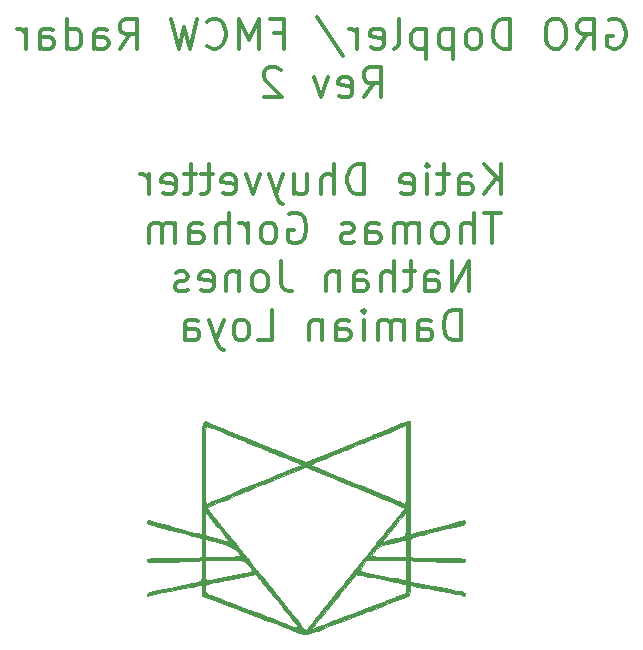
<source format=gbo>
G04 #@! TF.FileFunction,Legend,Bot*
%FSLAX46Y46*%
G04 Gerber Fmt 4.6, Leading zero omitted, Abs format (unit mm)*
G04 Created by KiCad (PCBNEW 4.0.6) date 12/03/17 11:24:10*
%MOMM*%
%LPD*%
G01*
G04 APERTURE LIST*
%ADD10C,0.100000*%
%ADD11C,0.300000*%
%ADD12C,0.010000*%
G04 APERTURE END LIST*
D10*
D11*
X154390875Y-60796600D02*
X154632780Y-60675648D01*
X154995637Y-60675648D01*
X155358494Y-60796600D01*
X155600399Y-61038505D01*
X155721351Y-61280410D01*
X155842303Y-61764219D01*
X155842303Y-62127076D01*
X155721351Y-62610886D01*
X155600399Y-62852790D01*
X155358494Y-63094695D01*
X154995637Y-63215648D01*
X154753732Y-63215648D01*
X154390875Y-63094695D01*
X154269923Y-62973743D01*
X154269923Y-62127076D01*
X154753732Y-62127076D01*
X151729923Y-63215648D02*
X152576589Y-62006124D01*
X153181351Y-63215648D02*
X153181351Y-60675648D01*
X152213732Y-60675648D01*
X151971827Y-60796600D01*
X151850875Y-60917552D01*
X151729923Y-61159457D01*
X151729923Y-61522314D01*
X151850875Y-61764219D01*
X151971827Y-61885171D01*
X152213732Y-62006124D01*
X153181351Y-62006124D01*
X150157542Y-60675648D02*
X149673732Y-60675648D01*
X149431827Y-60796600D01*
X149189923Y-61038505D01*
X149068970Y-61522314D01*
X149068970Y-62368981D01*
X149189923Y-62852790D01*
X149431827Y-63094695D01*
X149673732Y-63215648D01*
X150157542Y-63215648D01*
X150399446Y-63094695D01*
X150641351Y-62852790D01*
X150762303Y-62368981D01*
X150762303Y-61522314D01*
X150641351Y-61038505D01*
X150399446Y-60796600D01*
X150157542Y-60675648D01*
X146045161Y-63215648D02*
X146045161Y-60675648D01*
X145440399Y-60675648D01*
X145077542Y-60796600D01*
X144835637Y-61038505D01*
X144714685Y-61280410D01*
X144593733Y-61764219D01*
X144593733Y-62127076D01*
X144714685Y-62610886D01*
X144835637Y-62852790D01*
X145077542Y-63094695D01*
X145440399Y-63215648D01*
X146045161Y-63215648D01*
X143142304Y-63215648D02*
X143384209Y-63094695D01*
X143505161Y-62973743D01*
X143626113Y-62731838D01*
X143626113Y-62006124D01*
X143505161Y-61764219D01*
X143384209Y-61643267D01*
X143142304Y-61522314D01*
X142779447Y-61522314D01*
X142537542Y-61643267D01*
X142416590Y-61764219D01*
X142295637Y-62006124D01*
X142295637Y-62731838D01*
X142416590Y-62973743D01*
X142537542Y-63094695D01*
X142779447Y-63215648D01*
X143142304Y-63215648D01*
X141207066Y-61522314D02*
X141207066Y-64062314D01*
X141207066Y-61643267D02*
X140965161Y-61522314D01*
X140481352Y-61522314D01*
X140239447Y-61643267D01*
X140118495Y-61764219D01*
X139997542Y-62006124D01*
X139997542Y-62731838D01*
X140118495Y-62973743D01*
X140239447Y-63094695D01*
X140481352Y-63215648D01*
X140965161Y-63215648D01*
X141207066Y-63094695D01*
X138908971Y-61522314D02*
X138908971Y-64062314D01*
X138908971Y-61643267D02*
X138667066Y-61522314D01*
X138183257Y-61522314D01*
X137941352Y-61643267D01*
X137820400Y-61764219D01*
X137699447Y-62006124D01*
X137699447Y-62731838D01*
X137820400Y-62973743D01*
X137941352Y-63094695D01*
X138183257Y-63215648D01*
X138667066Y-63215648D01*
X138908971Y-63094695D01*
X136248019Y-63215648D02*
X136489924Y-63094695D01*
X136610876Y-62852790D01*
X136610876Y-60675648D01*
X134312781Y-63094695D02*
X134554686Y-63215648D01*
X135038495Y-63215648D01*
X135280400Y-63094695D01*
X135401352Y-62852790D01*
X135401352Y-61885171D01*
X135280400Y-61643267D01*
X135038495Y-61522314D01*
X134554686Y-61522314D01*
X134312781Y-61643267D01*
X134191829Y-61885171D01*
X134191829Y-62127076D01*
X135401352Y-62368981D01*
X133103257Y-63215648D02*
X133103257Y-61522314D01*
X133103257Y-62006124D02*
X132982305Y-61764219D01*
X132861352Y-61643267D01*
X132619448Y-61522314D01*
X132377543Y-61522314D01*
X129716590Y-60554695D02*
X131893733Y-63820410D01*
X126088019Y-61885171D02*
X126934686Y-61885171D01*
X126934686Y-63215648D02*
X126934686Y-60675648D01*
X125725162Y-60675648D01*
X124757543Y-63215648D02*
X124757543Y-60675648D01*
X123910876Y-62489933D01*
X123064210Y-60675648D01*
X123064210Y-63215648D01*
X120403258Y-62973743D02*
X120524210Y-63094695D01*
X120887067Y-63215648D01*
X121128972Y-63215648D01*
X121491829Y-63094695D01*
X121733734Y-62852790D01*
X121854686Y-62610886D01*
X121975638Y-62127076D01*
X121975638Y-61764219D01*
X121854686Y-61280410D01*
X121733734Y-61038505D01*
X121491829Y-60796600D01*
X121128972Y-60675648D01*
X120887067Y-60675648D01*
X120524210Y-60796600D01*
X120403258Y-60917552D01*
X119556591Y-60675648D02*
X118951829Y-63215648D01*
X118468019Y-61401362D01*
X117984210Y-63215648D01*
X117379448Y-60675648D01*
X113025163Y-63215648D02*
X113871829Y-62006124D01*
X114476591Y-63215648D02*
X114476591Y-60675648D01*
X113508972Y-60675648D01*
X113267067Y-60796600D01*
X113146115Y-60917552D01*
X113025163Y-61159457D01*
X113025163Y-61522314D01*
X113146115Y-61764219D01*
X113267067Y-61885171D01*
X113508972Y-62006124D01*
X114476591Y-62006124D01*
X110848020Y-63215648D02*
X110848020Y-61885171D01*
X110968972Y-61643267D01*
X111210877Y-61522314D01*
X111694686Y-61522314D01*
X111936591Y-61643267D01*
X110848020Y-63094695D02*
X111089924Y-63215648D01*
X111694686Y-63215648D01*
X111936591Y-63094695D01*
X112057543Y-62852790D01*
X112057543Y-62610886D01*
X111936591Y-62368981D01*
X111694686Y-62248029D01*
X111089924Y-62248029D01*
X110848020Y-62127076D01*
X108549925Y-63215648D02*
X108549925Y-60675648D01*
X108549925Y-63094695D02*
X108791829Y-63215648D01*
X109275639Y-63215648D01*
X109517544Y-63094695D01*
X109638496Y-62973743D01*
X109759448Y-62731838D01*
X109759448Y-62006124D01*
X109638496Y-61764219D01*
X109517544Y-61643267D01*
X109275639Y-61522314D01*
X108791829Y-61522314D01*
X108549925Y-61643267D01*
X106251830Y-63215648D02*
X106251830Y-61885171D01*
X106372782Y-61643267D01*
X106614687Y-61522314D01*
X107098496Y-61522314D01*
X107340401Y-61643267D01*
X106251830Y-63094695D02*
X106493734Y-63215648D01*
X107098496Y-63215648D01*
X107340401Y-63094695D01*
X107461353Y-62852790D01*
X107461353Y-62610886D01*
X107340401Y-62368981D01*
X107098496Y-62248029D01*
X106493734Y-62248029D01*
X106251830Y-62127076D01*
X105042306Y-63215648D02*
X105042306Y-61522314D01*
X105042306Y-62006124D02*
X104921354Y-61764219D01*
X104800401Y-61643267D01*
X104558497Y-61522314D01*
X104316592Y-61522314D01*
X133647543Y-67325648D02*
X134494209Y-66116124D01*
X135098971Y-67325648D02*
X135098971Y-64785648D01*
X134131352Y-64785648D01*
X133889447Y-64906600D01*
X133768495Y-65027552D01*
X133647543Y-65269457D01*
X133647543Y-65632314D01*
X133768495Y-65874219D01*
X133889447Y-65995171D01*
X134131352Y-66116124D01*
X135098971Y-66116124D01*
X131591352Y-67204695D02*
X131833257Y-67325648D01*
X132317066Y-67325648D01*
X132558971Y-67204695D01*
X132679923Y-66962790D01*
X132679923Y-65995171D01*
X132558971Y-65753267D01*
X132317066Y-65632314D01*
X131833257Y-65632314D01*
X131591352Y-65753267D01*
X131470400Y-65995171D01*
X131470400Y-66237076D01*
X132679923Y-66478981D01*
X130623733Y-65632314D02*
X130018971Y-67325648D01*
X129414209Y-65632314D01*
X126632304Y-65027552D02*
X126511352Y-64906600D01*
X126269447Y-64785648D01*
X125664685Y-64785648D01*
X125422781Y-64906600D01*
X125301828Y-65027552D01*
X125180876Y-65269457D01*
X125180876Y-65511362D01*
X125301828Y-65874219D01*
X126753257Y-67325648D01*
X125180876Y-67325648D01*
X145319448Y-75545648D02*
X145319448Y-73005648D01*
X143868020Y-75545648D02*
X144956591Y-74094219D01*
X143868020Y-73005648D02*
X145319448Y-74457076D01*
X141690877Y-75545648D02*
X141690877Y-74215171D01*
X141811829Y-73973267D01*
X142053734Y-73852314D01*
X142537543Y-73852314D01*
X142779448Y-73973267D01*
X141690877Y-75424695D02*
X141932781Y-75545648D01*
X142537543Y-75545648D01*
X142779448Y-75424695D01*
X142900400Y-75182790D01*
X142900400Y-74940886D01*
X142779448Y-74698981D01*
X142537543Y-74578029D01*
X141932781Y-74578029D01*
X141690877Y-74457076D01*
X140844210Y-73852314D02*
X139876591Y-73852314D01*
X140481353Y-73005648D02*
X140481353Y-75182790D01*
X140360401Y-75424695D01*
X140118496Y-75545648D01*
X139876591Y-75545648D01*
X139029924Y-75545648D02*
X139029924Y-73852314D01*
X139029924Y-73005648D02*
X139150876Y-73126600D01*
X139029924Y-73247552D01*
X138908972Y-73126600D01*
X139029924Y-73005648D01*
X139029924Y-73247552D01*
X136852781Y-75424695D02*
X137094686Y-75545648D01*
X137578495Y-75545648D01*
X137820400Y-75424695D01*
X137941352Y-75182790D01*
X137941352Y-74215171D01*
X137820400Y-73973267D01*
X137578495Y-73852314D01*
X137094686Y-73852314D01*
X136852781Y-73973267D01*
X136731829Y-74215171D01*
X136731829Y-74457076D01*
X137941352Y-74698981D01*
X133708019Y-75545648D02*
X133708019Y-73005648D01*
X133103257Y-73005648D01*
X132740400Y-73126600D01*
X132498495Y-73368505D01*
X132377543Y-73610410D01*
X132256591Y-74094219D01*
X132256591Y-74457076D01*
X132377543Y-74940886D01*
X132498495Y-75182790D01*
X132740400Y-75424695D01*
X133103257Y-75545648D01*
X133708019Y-75545648D01*
X131168019Y-75545648D02*
X131168019Y-73005648D01*
X130079448Y-75545648D02*
X130079448Y-74215171D01*
X130200400Y-73973267D01*
X130442305Y-73852314D01*
X130805162Y-73852314D01*
X131047067Y-73973267D01*
X131168019Y-74094219D01*
X127781353Y-73852314D02*
X127781353Y-75545648D01*
X128869924Y-73852314D02*
X128869924Y-75182790D01*
X128748972Y-75424695D01*
X128507067Y-75545648D01*
X128144210Y-75545648D01*
X127902305Y-75424695D01*
X127781353Y-75303743D01*
X126813734Y-73852314D02*
X126208972Y-75545648D01*
X125604210Y-73852314D02*
X126208972Y-75545648D01*
X126450877Y-76150410D01*
X126571829Y-76271362D01*
X126813734Y-76392314D01*
X124878496Y-73852314D02*
X124273734Y-75545648D01*
X123668972Y-73852314D01*
X121733734Y-75424695D02*
X121975639Y-75545648D01*
X122459448Y-75545648D01*
X122701353Y-75424695D01*
X122822305Y-75182790D01*
X122822305Y-74215171D01*
X122701353Y-73973267D01*
X122459448Y-73852314D01*
X121975639Y-73852314D01*
X121733734Y-73973267D01*
X121612782Y-74215171D01*
X121612782Y-74457076D01*
X122822305Y-74698981D01*
X120887067Y-73852314D02*
X119919448Y-73852314D01*
X120524210Y-73005648D02*
X120524210Y-75182790D01*
X120403258Y-75424695D01*
X120161353Y-75545648D01*
X119919448Y-75545648D01*
X119435638Y-73852314D02*
X118468019Y-73852314D01*
X119072781Y-73005648D02*
X119072781Y-75182790D01*
X118951829Y-75424695D01*
X118709924Y-75545648D01*
X118468019Y-75545648D01*
X116653733Y-75424695D02*
X116895638Y-75545648D01*
X117379447Y-75545648D01*
X117621352Y-75424695D01*
X117742304Y-75182790D01*
X117742304Y-74215171D01*
X117621352Y-73973267D01*
X117379447Y-73852314D01*
X116895638Y-73852314D01*
X116653733Y-73973267D01*
X116532781Y-74215171D01*
X116532781Y-74457076D01*
X117742304Y-74698981D01*
X115444209Y-75545648D02*
X115444209Y-73852314D01*
X115444209Y-74336124D02*
X115323257Y-74094219D01*
X115202304Y-73973267D01*
X114960400Y-73852314D01*
X114718495Y-73852314D01*
X145258970Y-77115648D02*
X143807542Y-77115648D01*
X144533256Y-79655648D02*
X144533256Y-77115648D01*
X142960875Y-79655648D02*
X142960875Y-77115648D01*
X141872304Y-79655648D02*
X141872304Y-78325171D01*
X141993256Y-78083267D01*
X142235161Y-77962314D01*
X142598018Y-77962314D01*
X142839923Y-78083267D01*
X142960875Y-78204219D01*
X140299923Y-79655648D02*
X140541828Y-79534695D01*
X140662780Y-79413743D01*
X140783732Y-79171838D01*
X140783732Y-78446124D01*
X140662780Y-78204219D01*
X140541828Y-78083267D01*
X140299923Y-77962314D01*
X139937066Y-77962314D01*
X139695161Y-78083267D01*
X139574209Y-78204219D01*
X139453256Y-78446124D01*
X139453256Y-79171838D01*
X139574209Y-79413743D01*
X139695161Y-79534695D01*
X139937066Y-79655648D01*
X140299923Y-79655648D01*
X138364685Y-79655648D02*
X138364685Y-77962314D01*
X138364685Y-78204219D02*
X138243733Y-78083267D01*
X138001828Y-77962314D01*
X137638971Y-77962314D01*
X137397066Y-78083267D01*
X137276114Y-78325171D01*
X137276114Y-79655648D01*
X137276114Y-78325171D02*
X137155161Y-78083267D01*
X136913257Y-77962314D01*
X136550399Y-77962314D01*
X136308495Y-78083267D01*
X136187542Y-78325171D01*
X136187542Y-79655648D01*
X133889447Y-79655648D02*
X133889447Y-78325171D01*
X134010399Y-78083267D01*
X134252304Y-77962314D01*
X134736113Y-77962314D01*
X134978018Y-78083267D01*
X133889447Y-79534695D02*
X134131351Y-79655648D01*
X134736113Y-79655648D01*
X134978018Y-79534695D01*
X135098970Y-79292790D01*
X135098970Y-79050886D01*
X134978018Y-78808981D01*
X134736113Y-78688029D01*
X134131351Y-78688029D01*
X133889447Y-78567076D01*
X132800875Y-79534695D02*
X132558971Y-79655648D01*
X132075161Y-79655648D01*
X131833256Y-79534695D01*
X131712304Y-79292790D01*
X131712304Y-79171838D01*
X131833256Y-78929933D01*
X132075161Y-78808981D01*
X132438018Y-78808981D01*
X132679923Y-78688029D01*
X132800875Y-78446124D01*
X132800875Y-78325171D01*
X132679923Y-78083267D01*
X132438018Y-77962314D01*
X132075161Y-77962314D01*
X131833256Y-78083267D01*
X127358019Y-77236600D02*
X127599924Y-77115648D01*
X127962781Y-77115648D01*
X128325638Y-77236600D01*
X128567543Y-77478505D01*
X128688495Y-77720410D01*
X128809447Y-78204219D01*
X128809447Y-78567076D01*
X128688495Y-79050886D01*
X128567543Y-79292790D01*
X128325638Y-79534695D01*
X127962781Y-79655648D01*
X127720876Y-79655648D01*
X127358019Y-79534695D01*
X127237067Y-79413743D01*
X127237067Y-78567076D01*
X127720876Y-78567076D01*
X125785638Y-79655648D02*
X126027543Y-79534695D01*
X126148495Y-79413743D01*
X126269447Y-79171838D01*
X126269447Y-78446124D01*
X126148495Y-78204219D01*
X126027543Y-78083267D01*
X125785638Y-77962314D01*
X125422781Y-77962314D01*
X125180876Y-78083267D01*
X125059924Y-78204219D01*
X124938971Y-78446124D01*
X124938971Y-79171838D01*
X125059924Y-79413743D01*
X125180876Y-79534695D01*
X125422781Y-79655648D01*
X125785638Y-79655648D01*
X123850400Y-79655648D02*
X123850400Y-77962314D01*
X123850400Y-78446124D02*
X123729448Y-78204219D01*
X123608495Y-78083267D01*
X123366591Y-77962314D01*
X123124686Y-77962314D01*
X122278019Y-79655648D02*
X122278019Y-77115648D01*
X121189448Y-79655648D02*
X121189448Y-78325171D01*
X121310400Y-78083267D01*
X121552305Y-77962314D01*
X121915162Y-77962314D01*
X122157067Y-78083267D01*
X122278019Y-78204219D01*
X118891353Y-79655648D02*
X118891353Y-78325171D01*
X119012305Y-78083267D01*
X119254210Y-77962314D01*
X119738019Y-77962314D01*
X119979924Y-78083267D01*
X118891353Y-79534695D02*
X119133257Y-79655648D01*
X119738019Y-79655648D01*
X119979924Y-79534695D01*
X120100876Y-79292790D01*
X120100876Y-79050886D01*
X119979924Y-78808981D01*
X119738019Y-78688029D01*
X119133257Y-78688029D01*
X118891353Y-78567076D01*
X117681829Y-79655648D02*
X117681829Y-77962314D01*
X117681829Y-78204219D02*
X117560877Y-78083267D01*
X117318972Y-77962314D01*
X116956115Y-77962314D01*
X116714210Y-78083267D01*
X116593258Y-78325171D01*
X116593258Y-79655648D01*
X116593258Y-78325171D02*
X116472305Y-78083267D01*
X116230401Y-77962314D01*
X115867543Y-77962314D01*
X115625639Y-78083267D01*
X115504686Y-78325171D01*
X115504686Y-79655648D01*
X142598018Y-83765648D02*
X142598018Y-81225648D01*
X141146590Y-83765648D01*
X141146590Y-81225648D01*
X138848495Y-83765648D02*
X138848495Y-82435171D01*
X138969447Y-82193267D01*
X139211352Y-82072314D01*
X139695161Y-82072314D01*
X139937066Y-82193267D01*
X138848495Y-83644695D02*
X139090399Y-83765648D01*
X139695161Y-83765648D01*
X139937066Y-83644695D01*
X140058018Y-83402790D01*
X140058018Y-83160886D01*
X139937066Y-82918981D01*
X139695161Y-82798029D01*
X139090399Y-82798029D01*
X138848495Y-82677076D01*
X138001828Y-82072314D02*
X137034209Y-82072314D01*
X137638971Y-81225648D02*
X137638971Y-83402790D01*
X137518019Y-83644695D01*
X137276114Y-83765648D01*
X137034209Y-83765648D01*
X136187542Y-83765648D02*
X136187542Y-81225648D01*
X135098971Y-83765648D02*
X135098971Y-82435171D01*
X135219923Y-82193267D01*
X135461828Y-82072314D01*
X135824685Y-82072314D01*
X136066590Y-82193267D01*
X136187542Y-82314219D01*
X132800876Y-83765648D02*
X132800876Y-82435171D01*
X132921828Y-82193267D01*
X133163733Y-82072314D01*
X133647542Y-82072314D01*
X133889447Y-82193267D01*
X132800876Y-83644695D02*
X133042780Y-83765648D01*
X133647542Y-83765648D01*
X133889447Y-83644695D01*
X134010399Y-83402790D01*
X134010399Y-83160886D01*
X133889447Y-82918981D01*
X133647542Y-82798029D01*
X133042780Y-82798029D01*
X132800876Y-82677076D01*
X131591352Y-82072314D02*
X131591352Y-83765648D01*
X131591352Y-82314219D02*
X131470400Y-82193267D01*
X131228495Y-82072314D01*
X130865638Y-82072314D01*
X130623733Y-82193267D01*
X130502781Y-82435171D01*
X130502781Y-83765648D01*
X126632305Y-81225648D02*
X126632305Y-83039933D01*
X126753257Y-83402790D01*
X126995162Y-83644695D01*
X127358019Y-83765648D01*
X127599924Y-83765648D01*
X125059924Y-83765648D02*
X125301829Y-83644695D01*
X125422781Y-83523743D01*
X125543733Y-83281838D01*
X125543733Y-82556124D01*
X125422781Y-82314219D01*
X125301829Y-82193267D01*
X125059924Y-82072314D01*
X124697067Y-82072314D01*
X124455162Y-82193267D01*
X124334210Y-82314219D01*
X124213257Y-82556124D01*
X124213257Y-83281838D01*
X124334210Y-83523743D01*
X124455162Y-83644695D01*
X124697067Y-83765648D01*
X125059924Y-83765648D01*
X123124686Y-82072314D02*
X123124686Y-83765648D01*
X123124686Y-82314219D02*
X123003734Y-82193267D01*
X122761829Y-82072314D01*
X122398972Y-82072314D01*
X122157067Y-82193267D01*
X122036115Y-82435171D01*
X122036115Y-83765648D01*
X119858972Y-83644695D02*
X120100877Y-83765648D01*
X120584686Y-83765648D01*
X120826591Y-83644695D01*
X120947543Y-83402790D01*
X120947543Y-82435171D01*
X120826591Y-82193267D01*
X120584686Y-82072314D01*
X120100877Y-82072314D01*
X119858972Y-82193267D01*
X119738020Y-82435171D01*
X119738020Y-82677076D01*
X120947543Y-82918981D01*
X118770400Y-83644695D02*
X118528496Y-83765648D01*
X118044686Y-83765648D01*
X117802781Y-83644695D01*
X117681829Y-83402790D01*
X117681829Y-83281838D01*
X117802781Y-83039933D01*
X118044686Y-82918981D01*
X118407543Y-82918981D01*
X118649448Y-82798029D01*
X118770400Y-82556124D01*
X118770400Y-82435171D01*
X118649448Y-82193267D01*
X118407543Y-82072314D01*
X118044686Y-82072314D01*
X117802781Y-82193267D01*
X141872304Y-87875648D02*
X141872304Y-85335648D01*
X141267542Y-85335648D01*
X140904685Y-85456600D01*
X140662780Y-85698505D01*
X140541828Y-85940410D01*
X140420876Y-86424219D01*
X140420876Y-86787076D01*
X140541828Y-87270886D01*
X140662780Y-87512790D01*
X140904685Y-87754695D01*
X141267542Y-87875648D01*
X141872304Y-87875648D01*
X138243733Y-87875648D02*
X138243733Y-86545171D01*
X138364685Y-86303267D01*
X138606590Y-86182314D01*
X139090399Y-86182314D01*
X139332304Y-86303267D01*
X138243733Y-87754695D02*
X138485637Y-87875648D01*
X139090399Y-87875648D01*
X139332304Y-87754695D01*
X139453256Y-87512790D01*
X139453256Y-87270886D01*
X139332304Y-87028981D01*
X139090399Y-86908029D01*
X138485637Y-86908029D01*
X138243733Y-86787076D01*
X137034209Y-87875648D02*
X137034209Y-86182314D01*
X137034209Y-86424219D02*
X136913257Y-86303267D01*
X136671352Y-86182314D01*
X136308495Y-86182314D01*
X136066590Y-86303267D01*
X135945638Y-86545171D01*
X135945638Y-87875648D01*
X135945638Y-86545171D02*
X135824685Y-86303267D01*
X135582781Y-86182314D01*
X135219923Y-86182314D01*
X134978019Y-86303267D01*
X134857066Y-86545171D01*
X134857066Y-87875648D01*
X133647542Y-87875648D02*
X133647542Y-86182314D01*
X133647542Y-85335648D02*
X133768494Y-85456600D01*
X133647542Y-85577552D01*
X133526590Y-85456600D01*
X133647542Y-85335648D01*
X133647542Y-85577552D01*
X131349447Y-87875648D02*
X131349447Y-86545171D01*
X131470399Y-86303267D01*
X131712304Y-86182314D01*
X132196113Y-86182314D01*
X132438018Y-86303267D01*
X131349447Y-87754695D02*
X131591351Y-87875648D01*
X132196113Y-87875648D01*
X132438018Y-87754695D01*
X132558970Y-87512790D01*
X132558970Y-87270886D01*
X132438018Y-87028981D01*
X132196113Y-86908029D01*
X131591351Y-86908029D01*
X131349447Y-86787076D01*
X130139923Y-86182314D02*
X130139923Y-87875648D01*
X130139923Y-86424219D02*
X130018971Y-86303267D01*
X129777066Y-86182314D01*
X129414209Y-86182314D01*
X129172304Y-86303267D01*
X129051352Y-86545171D01*
X129051352Y-87875648D01*
X124697066Y-87875648D02*
X125906590Y-87875648D01*
X125906590Y-85335648D01*
X123487543Y-87875648D02*
X123729448Y-87754695D01*
X123850400Y-87633743D01*
X123971352Y-87391838D01*
X123971352Y-86666124D01*
X123850400Y-86424219D01*
X123729448Y-86303267D01*
X123487543Y-86182314D01*
X123124686Y-86182314D01*
X122882781Y-86303267D01*
X122761829Y-86424219D01*
X122640876Y-86666124D01*
X122640876Y-87391838D01*
X122761829Y-87633743D01*
X122882781Y-87754695D01*
X123124686Y-87875648D01*
X123487543Y-87875648D01*
X121794210Y-86182314D02*
X121189448Y-87875648D01*
X120584686Y-86182314D02*
X121189448Y-87875648D01*
X121431353Y-88480410D01*
X121552305Y-88601362D01*
X121794210Y-88722314D01*
X118528496Y-87875648D02*
X118528496Y-86545171D01*
X118649448Y-86303267D01*
X118891353Y-86182314D01*
X119375162Y-86182314D01*
X119617067Y-86303267D01*
X118528496Y-87754695D02*
X118770400Y-87875648D01*
X119375162Y-87875648D01*
X119617067Y-87754695D01*
X119738019Y-87512790D01*
X119738019Y-87270886D01*
X119617067Y-87028981D01*
X119375162Y-86908029D01*
X118770400Y-86908029D01*
X118528496Y-86787076D01*
D12*
G36*
X120122347Y-94785894D02*
X120072916Y-94882922D01*
X120035521Y-95049182D01*
X120008519Y-95296659D01*
X119990263Y-95637338D01*
X119979107Y-96083202D01*
X119973406Y-96646237D01*
X119971513Y-97338426D01*
X119971784Y-98171754D01*
X119972573Y-99158205D01*
X119972667Y-99544003D01*
X119972667Y-104337540D01*
X119782167Y-104291526D01*
X119605120Y-104249425D01*
X119323965Y-104183254D01*
X118999517Y-104107325D01*
X118999000Y-104107205D01*
X118678308Y-104027751D01*
X118405071Y-103951880D01*
X118237955Y-103895892D01*
X118237000Y-103895480D01*
X118091501Y-103846878D01*
X117820212Y-103768691D01*
X117461798Y-103671677D01*
X117054928Y-103566591D01*
X117051667Y-103565768D01*
X116628816Y-103457978D01*
X116238508Y-103356468D01*
X115925388Y-103272973D01*
X115739892Y-103220970D01*
X115493143Y-103153037D01*
X115366970Y-103145143D01*
X115321381Y-103203553D01*
X115316000Y-103287390D01*
X115352723Y-103381510D01*
X115483334Y-103460342D01*
X115738501Y-103539356D01*
X115887500Y-103575690D01*
X116271143Y-103668633D01*
X116671360Y-103770853D01*
X116924667Y-103839051D01*
X117251345Y-103928886D01*
X117652701Y-104037378D01*
X118025333Y-104136662D01*
X118454820Y-104250117D01*
X118759714Y-104331100D01*
X118979155Y-104390332D01*
X119152282Y-104438533D01*
X119318236Y-104486421D01*
X119516157Y-104544718D01*
X119528167Y-104548268D01*
X119972667Y-104679647D01*
X119972667Y-106242977D01*
X119655167Y-106295457D01*
X119481052Y-106310448D01*
X119166020Y-106323850D01*
X118738485Y-106335013D01*
X118226860Y-106343284D01*
X117659558Y-106348011D01*
X117326833Y-106348868D01*
X116693377Y-106349585D01*
X116209203Y-106352245D01*
X115854260Y-106358600D01*
X115608496Y-106370406D01*
X115451861Y-106389417D01*
X115364303Y-106417387D01*
X115325771Y-106456071D01*
X115316215Y-106507223D01*
X115316000Y-106524804D01*
X115320445Y-106581958D01*
X115347745Y-106624390D01*
X115418845Y-106653520D01*
X115554692Y-106670763D01*
X115776232Y-106677539D01*
X116104412Y-106675264D01*
X116560177Y-106665356D01*
X117157500Y-106649423D01*
X117733576Y-106632229D01*
X118283593Y-106613182D01*
X118773913Y-106593648D01*
X119170897Y-106574992D01*
X119440907Y-106558582D01*
X119485833Y-106554881D01*
X119972667Y-106510725D01*
X119972667Y-107402316D01*
X119975486Y-107800197D01*
X119966043Y-108063092D01*
X119917484Y-108224719D01*
X119802958Y-108318796D01*
X119595613Y-108379040D01*
X119268597Y-108439171D01*
X119126000Y-108465462D01*
X118787788Y-108531703D01*
X118382662Y-108614131D01*
X118067667Y-108680200D01*
X117682684Y-108758953D01*
X117224733Y-108847631D01*
X116787833Y-108928064D01*
X116755333Y-108933823D01*
X116218532Y-109032869D01*
X115828606Y-109116737D01*
X115564554Y-109192432D01*
X115405377Y-109266955D01*
X115330075Y-109347310D01*
X115316000Y-109413800D01*
X115347244Y-109526090D01*
X115392296Y-109529973D01*
X115466193Y-109501378D01*
X115621267Y-109460053D01*
X115869406Y-109403579D01*
X116222503Y-109329540D01*
X116692447Y-109235517D01*
X117291128Y-109119093D01*
X118030437Y-108977849D01*
X118922265Y-108809369D01*
X119107186Y-108774596D01*
X119438613Y-108708324D01*
X119707334Y-108647210D01*
X119868583Y-108601691D01*
X119890352Y-108592013D01*
X119937856Y-108638110D01*
X119966959Y-108827522D01*
X119973806Y-109032970D01*
X119974945Y-109524800D01*
X120995273Y-109905800D01*
X121435760Y-110070084D01*
X121869026Y-110231333D01*
X122243637Y-110370424D01*
X122496968Y-110464113D01*
X122993701Y-110649546D01*
X123357959Y-110791537D01*
X123617634Y-110901016D01*
X123655667Y-110918226D01*
X123876034Y-111003186D01*
X124036667Y-111052896D01*
X124271360Y-111131110D01*
X124502333Y-111225589D01*
X124685556Y-111302818D01*
X124982467Y-111421279D01*
X125348029Y-111563211D01*
X125645333Y-111676329D01*
X126372278Y-111950552D01*
X126956460Y-112171405D01*
X127413683Y-112344936D01*
X127759750Y-112477194D01*
X128010466Y-112574228D01*
X128181632Y-112642087D01*
X128289054Y-112686819D01*
X128312333Y-112697141D01*
X128619894Y-112804625D01*
X128880280Y-112802585D01*
X129159000Y-112699117D01*
X129392065Y-112598137D01*
X129572545Y-112539243D01*
X129611871Y-112533339D01*
X129763214Y-112497679D01*
X129976349Y-112414925D01*
X129992871Y-112407396D01*
X130190932Y-112322601D01*
X130513131Y-112191975D01*
X130924957Y-112028884D01*
X131391896Y-111846693D01*
X131879438Y-111658766D01*
X132353070Y-111478469D01*
X132778281Y-111319166D01*
X133120559Y-111194223D01*
X133180667Y-111172898D01*
X133469603Y-111065260D01*
X133696459Y-110969970D01*
X133811433Y-110908100D01*
X133965588Y-110841318D01*
X134010305Y-110837133D01*
X134164779Y-110803414D01*
X134379500Y-110721512D01*
X134395538Y-110714218D01*
X134619515Y-110619020D01*
X135001763Y-110466835D01*
X135541243Y-110258064D01*
X136236913Y-109993111D01*
X137033000Y-109692936D01*
X137541000Y-109502097D01*
X137566591Y-109068949D01*
X137576651Y-108927663D01*
X137244667Y-108927663D01*
X137244667Y-109300967D01*
X136757833Y-109476861D01*
X136471273Y-109585357D01*
X136233778Y-109683997D01*
X136123982Y-109736944D01*
X135956071Y-109808000D01*
X135882778Y-109821133D01*
X135745431Y-109852558D01*
X135538899Y-109928938D01*
X135521796Y-109936235D01*
X135118795Y-110107222D01*
X134769865Y-110246944D01*
X134389523Y-110389000D01*
X134154333Y-110473737D01*
X133821965Y-110595734D01*
X133518396Y-110712535D01*
X133308902Y-110799020D01*
X133307667Y-110799573D01*
X133060655Y-110903577D01*
X132711954Y-111041900D01*
X132308678Y-111196796D01*
X131897938Y-111350516D01*
X131526848Y-111485312D01*
X131242521Y-111583437D01*
X131148667Y-111612894D01*
X130929276Y-111690852D01*
X130782097Y-111767703D01*
X130771900Y-111776335D01*
X130617319Y-111849149D01*
X130576755Y-111853133D01*
X130433275Y-111885169D01*
X130206998Y-111965824D01*
X130106855Y-112007486D01*
X129750766Y-112161069D01*
X129519953Y-112256465D01*
X129384980Y-112304326D01*
X129316416Y-112315304D01*
X129288452Y-112303674D01*
X129304612Y-112231557D01*
X129331267Y-112208363D01*
X129427172Y-112109534D01*
X129577810Y-111924649D01*
X129664037Y-111810800D01*
X129829033Y-111595164D01*
X129964154Y-111432007D01*
X130006553Y-111387467D01*
X130063802Y-111328633D01*
X130155327Y-111222176D01*
X130297479Y-111047973D01*
X130506610Y-110785899D01*
X130799071Y-110415832D01*
X130894519Y-110294692D01*
X131027899Y-110130344D01*
X131210923Y-109910518D01*
X131279737Y-109829026D01*
X131455028Y-109616495D01*
X131689407Y-109324568D01*
X131938873Y-109008186D01*
X131998109Y-108932133D01*
X132238989Y-108629144D01*
X132471708Y-108348527D01*
X132655107Y-108139595D01*
X132692539Y-108100120D01*
X132842453Y-107926463D01*
X132922523Y-107793962D01*
X132926667Y-107773357D01*
X132949121Y-107733291D01*
X133032409Y-107719693D01*
X133200416Y-107735276D01*
X133477031Y-107782756D01*
X133886141Y-107864844D01*
X134069667Y-107903226D01*
X134413324Y-107973032D01*
X134855025Y-108059204D01*
X135326093Y-108148465D01*
X135593667Y-108197872D01*
X135981483Y-108270265D01*
X136314804Y-108335526D01*
X136553893Y-108385688D01*
X136652000Y-108410048D01*
X136829080Y-108459780D01*
X137011833Y-108503341D01*
X137157533Y-108552892D01*
X137225289Y-108651690D01*
X137244174Y-108852719D01*
X137244667Y-108927663D01*
X137576651Y-108927663D01*
X137583984Y-108824686D01*
X137600808Y-108668391D01*
X137608925Y-108637493D01*
X137715291Y-108655071D01*
X137951511Y-108697381D01*
X138281061Y-108757662D01*
X138667415Y-108829152D01*
X139074049Y-108905090D01*
X139464438Y-108978715D01*
X139802058Y-109043266D01*
X139827000Y-109048088D01*
X140291255Y-109137508D01*
X140792420Y-109233343D01*
X141244069Y-109319087D01*
X141374519Y-109343671D01*
X141705946Y-109409943D01*
X141974667Y-109471056D01*
X142135916Y-109516575D01*
X142157686Y-109526254D01*
X142223743Y-109500454D01*
X142240000Y-109412671D01*
X142230551Y-109332879D01*
X142185850Y-109269426D01*
X142081365Y-109213823D01*
X141892565Y-109157580D01*
X141594919Y-109092207D01*
X141163895Y-109009214D01*
X140970000Y-108973138D01*
X140505115Y-108885784D01*
X140011437Y-108791079D01*
X139568411Y-108704330D01*
X139403667Y-108671345D01*
X138988011Y-108588904D01*
X138547798Y-108504189D01*
X138177913Y-108435457D01*
X138176000Y-108435112D01*
X137625667Y-108335926D01*
X137622611Y-108220140D01*
X137244667Y-108220140D01*
X136969500Y-108171943D01*
X136716484Y-108125813D01*
X136400053Y-108065816D01*
X136271000Y-108040741D01*
X135974330Y-107982329D01*
X135590745Y-107906477D01*
X135199397Y-107828841D01*
X135170333Y-107823063D01*
X134749235Y-107740354D01*
X134298705Y-107653444D01*
X133919760Y-107581799D01*
X133627834Y-107523328D01*
X133408741Y-107471594D01*
X133308941Y-107437592D01*
X133308412Y-107437101D01*
X133334153Y-107354747D01*
X133438874Y-107177284D01*
X133585318Y-106963739D01*
X133900333Y-106528486D01*
X135572500Y-106523809D01*
X137244667Y-106519133D01*
X137244667Y-108220140D01*
X137622611Y-108220140D01*
X137601602Y-107424229D01*
X137577538Y-106512532D01*
X137982602Y-106555358D01*
X138185607Y-106570062D01*
X138527012Y-106587241D01*
X138975925Y-106605670D01*
X139501452Y-106624123D01*
X140072703Y-106641375D01*
X140313833Y-106647839D01*
X140932000Y-106663370D01*
X141401375Y-106673025D01*
X141742441Y-106675483D01*
X141975678Y-106669423D01*
X142121567Y-106653525D01*
X142200589Y-106626468D01*
X142233226Y-106586932D01*
X142239958Y-106533596D01*
X142240000Y-106523646D01*
X142234935Y-106468876D01*
X142206372Y-106427001D01*
X142134264Y-106396279D01*
X141998563Y-106374968D01*
X141779219Y-106361324D01*
X141456184Y-106353605D01*
X141009409Y-106350069D01*
X140418846Y-106348973D01*
X140229167Y-106348868D01*
X139643042Y-106346419D01*
X139096619Y-106340060D01*
X138618312Y-106330443D01*
X138236535Y-106318220D01*
X137979701Y-106304042D01*
X137900833Y-106295457D01*
X137583333Y-106242977D01*
X137583333Y-105493258D01*
X137244667Y-105493258D01*
X137244667Y-106265133D01*
X136538007Y-106265133D01*
X136099993Y-106258247D01*
X135593076Y-106240060D01*
X135117023Y-106214280D01*
X135054974Y-106210025D01*
X134278600Y-106154916D01*
X134421873Y-105936254D01*
X134694898Y-105583348D01*
X134976545Y-105363954D01*
X135255000Y-105257372D01*
X135627934Y-105162388D01*
X136033525Y-105056974D01*
X136427031Y-104952993D01*
X136763712Y-104862308D01*
X136998823Y-104796782D01*
X137054167Y-104780348D01*
X137143854Y-104759143D01*
X137199770Y-104783049D01*
X137229891Y-104881915D01*
X137242194Y-105085590D01*
X137244654Y-105423924D01*
X137244667Y-105493258D01*
X137583333Y-105493258D01*
X137583333Y-105459994D01*
X137586476Y-105072275D01*
X137614909Y-104816694D01*
X137697145Y-104656082D01*
X137861694Y-104553274D01*
X138137065Y-104471103D01*
X138387667Y-104411465D01*
X138595516Y-104359985D01*
X138924859Y-104275465D01*
X139333661Y-104168807D01*
X139779885Y-104050919D01*
X139869333Y-104027109D01*
X140351925Y-103900235D01*
X140838539Y-103775318D01*
X141274781Y-103666141D01*
X141606256Y-103586488D01*
X141626167Y-103581908D01*
X141951496Y-103499352D01*
X142140868Y-103426285D01*
X142225804Y-103347214D01*
X142240000Y-103280182D01*
X142214443Y-103174286D01*
X142106411Y-103151411D01*
X141964833Y-103173366D01*
X141697265Y-103237688D01*
X141478000Y-103305725D01*
X141285178Y-103366695D01*
X140995107Y-103447332D01*
X140716000Y-103518831D01*
X140346407Y-103610989D01*
X139968080Y-103707546D01*
X139742333Y-103766590D01*
X139385055Y-103861042D01*
X138988565Y-103964861D01*
X138586815Y-104069285D01*
X138213757Y-104165552D01*
X137903344Y-104244900D01*
X137689528Y-104298567D01*
X137606442Y-104317800D01*
X137602179Y-104235647D01*
X137598171Y-103999240D01*
X137594490Y-103623661D01*
X137593027Y-103400702D01*
X137244667Y-103400702D01*
X137243061Y-103843359D01*
X137224019Y-104148449D01*
X137166199Y-104347693D01*
X137048263Y-104472813D01*
X136848870Y-104555530D01*
X136546681Y-104627565D01*
X136398000Y-104659262D01*
X136060311Y-104739459D01*
X135728305Y-104830699D01*
X135593667Y-104872964D01*
X135350236Y-104953888D01*
X135239282Y-104979876D01*
X135232237Y-104948327D01*
X135300535Y-104856640D01*
X135308133Y-104846967D01*
X135419184Y-104710376D01*
X135467149Y-104656467D01*
X135538507Y-104568648D01*
X135672429Y-104392263D01*
X135759006Y-104275467D01*
X135914678Y-104070623D01*
X136032189Y-103928261D01*
X136066025Y-103894467D01*
X136139390Y-103814070D01*
X136292554Y-103629678D01*
X136501266Y-103370888D01*
X136684334Y-103139842D01*
X137244667Y-102427551D01*
X137244667Y-103400702D01*
X137593027Y-103400702D01*
X137591210Y-103123989D01*
X137588403Y-102515305D01*
X137586984Y-102074133D01*
X137162858Y-102074133D01*
X136819923Y-102497467D01*
X136590601Y-102780024D01*
X136361946Y-103060929D01*
X136234371Y-103217133D01*
X136056651Y-103435675D01*
X135823588Y-103724204D01*
X135585523Y-104020398D01*
X135584666Y-104021467D01*
X135384242Y-104269187D01*
X135224333Y-104462422D01*
X135134583Y-104565449D01*
X135128000Y-104571800D01*
X135055010Y-104654472D01*
X134907209Y-104834484D01*
X134714108Y-105075792D01*
X134677464Y-105122133D01*
X134461448Y-105394530D01*
X134268483Y-105635622D01*
X134137696Y-105796542D01*
X134130753Y-105804894D01*
X133989036Y-105979231D01*
X133804211Y-106211949D01*
X133731000Y-106305394D01*
X133517774Y-106574203D01*
X133275342Y-106873397D01*
X133180667Y-106988326D01*
X132950959Y-107267660D01*
X132715457Y-107557714D01*
X132630333Y-107663782D01*
X132461549Y-107872864D01*
X132328010Y-108034106D01*
X132291667Y-108076090D01*
X132193560Y-108196949D01*
X132040761Y-108396837D01*
X131957476Y-108508800D01*
X131802852Y-108713404D01*
X131688101Y-108855755D01*
X131656056Y-108889800D01*
X131586272Y-108968659D01*
X131433039Y-109153562D01*
X131218146Y-109417891D01*
X130963382Y-109735028D01*
X130931914Y-109774432D01*
X130659908Y-110113366D01*
X130411480Y-110419515D01*
X130213512Y-110659971D01*
X130092889Y-110801824D01*
X130090333Y-110804670D01*
X129968592Y-110950063D01*
X129775123Y-111192507D01*
X129540118Y-111493825D01*
X129370667Y-111714614D01*
X129141845Y-112009671D01*
X128950044Y-112247378D01*
X128818368Y-112399695D01*
X128772059Y-112441209D01*
X128695831Y-112383539D01*
X128648240Y-112331536D01*
X128208319Y-112331536D01*
X128197445Y-112361133D01*
X128074627Y-112299609D01*
X128062359Y-112282980D01*
X127952329Y-112211129D01*
X127755542Y-112148048D01*
X127755326Y-112148001D01*
X127481715Y-112064212D01*
X127269464Y-111972675D01*
X127057365Y-111885779D01*
X126899164Y-111853655D01*
X126750258Y-111815242D01*
X126710845Y-111780081D01*
X126608436Y-111715572D01*
X126400654Y-111635742D01*
X126280333Y-111599133D01*
X126042879Y-111520794D01*
X125882297Y-111445798D01*
X125849822Y-111418186D01*
X125735180Y-111352370D01*
X125674299Y-111345133D01*
X125510581Y-111311321D01*
X125290994Y-111229305D01*
X125277129Y-111223039D01*
X125097368Y-111147616D01*
X124798414Y-111029492D01*
X124420102Y-110884139D01*
X124002267Y-110727028D01*
X123952000Y-110708356D01*
X123532148Y-110551020D01*
X123147091Y-110403835D01*
X122836658Y-110282217D01*
X122640674Y-110201581D01*
X122626871Y-110195451D01*
X122419219Y-110113313D01*
X122273115Y-110075426D01*
X122265889Y-110075133D01*
X122116839Y-110037198D01*
X122024685Y-109994568D01*
X121759661Y-109867717D01*
X121408352Y-109723209D01*
X121046691Y-109591952D01*
X120988667Y-109572865D01*
X120632260Y-109451572D01*
X120408381Y-109349554D01*
X120286510Y-109240383D01*
X120236123Y-109097633D01*
X120226667Y-108913078D01*
X120238708Y-108682696D01*
X120295360Y-108567197D01*
X120427415Y-108512695D01*
X120459500Y-108505636D01*
X120699457Y-108453451D01*
X120986462Y-108388549D01*
X121031000Y-108378247D01*
X121276120Y-108324833D01*
X121621935Y-108253845D01*
X122002670Y-108178720D01*
X122089333Y-108162064D01*
X122519391Y-108079326D01*
X122978398Y-107990138D01*
X123372852Y-107912678D01*
X123401667Y-107906967D01*
X123740311Y-107839832D01*
X124047749Y-107778965D01*
X124248333Y-107739339D01*
X124419731Y-107726959D01*
X124557451Y-107791584D01*
X124717943Y-107963467D01*
X124756333Y-108011590D01*
X124935774Y-108233440D01*
X125091638Y-108416479D01*
X125137333Y-108466472D01*
X125263592Y-108612681D01*
X125436392Y-108829495D01*
X125516904Y-108934926D01*
X125821096Y-109331300D01*
X126049657Y-109609846D01*
X126113964Y-109682415D01*
X126202716Y-109788045D01*
X126368265Y-109991630D01*
X126582373Y-110258302D01*
X126706285Y-110413800D01*
X126931151Y-110693265D01*
X127119685Y-110921182D01*
X127245205Y-111065613D01*
X127277920Y-111098045D01*
X127367851Y-111194465D01*
X127503850Y-111369136D01*
X127532266Y-111408218D01*
X127701724Y-111634675D01*
X127912376Y-111904014D01*
X128001948Y-112015140D01*
X128143083Y-112205872D01*
X128208319Y-112331536D01*
X128648240Y-112331536D01*
X128557097Y-112231944D01*
X128475726Y-112132629D01*
X128190441Y-111774070D01*
X127891908Y-111401561D01*
X127607741Y-111049299D01*
X127365552Y-110751479D01*
X127192956Y-110542297D01*
X127159988Y-110503243D01*
X126992913Y-110298191D01*
X126801125Y-110050759D01*
X126759456Y-109995243D01*
X126613641Y-109802866D01*
X126511160Y-109673993D01*
X126491318Y-109651800D01*
X126419530Y-109569338D01*
X126272295Y-109392479D01*
X126080630Y-109158505D01*
X126068667Y-109143800D01*
X125875358Y-108907633D01*
X125724660Y-108726394D01*
X125647590Y-108637365D01*
X125646016Y-108635800D01*
X125573851Y-108548059D01*
X125439128Y-108371825D01*
X125351963Y-108254800D01*
X125186967Y-108039164D01*
X125051846Y-107876007D01*
X125009447Y-107831467D01*
X124910690Y-107723129D01*
X124746896Y-107526598D01*
X124682102Y-107445592D01*
X124275727Y-107445592D01*
X124273809Y-107450481D01*
X124184897Y-107465861D01*
X123970849Y-107506753D01*
X123672544Y-107565304D01*
X123571000Y-107585484D01*
X123135324Y-107672244D01*
X122656663Y-107767459D01*
X122258667Y-107846540D01*
X121846678Y-107928506D01*
X121405574Y-108016532D01*
X121073333Y-108083044D01*
X120693127Y-108160539D01*
X120447335Y-108193143D01*
X120306875Y-108156218D01*
X120242664Y-108025129D01*
X120225620Y-107775238D01*
X120226660Y-107381908D01*
X120226667Y-107365800D01*
X120226667Y-106519133D01*
X121877667Y-106519133D01*
X122453461Y-106520552D01*
X122883866Y-106526145D01*
X123192814Y-106537923D01*
X123404235Y-106557891D01*
X123542060Y-106588059D01*
X123630220Y-106630434D01*
X123676833Y-106670093D01*
X123800311Y-106808734D01*
X123954307Y-106997917D01*
X124106454Y-107195329D01*
X124224383Y-107358658D01*
X124275727Y-107445592D01*
X124682102Y-107445592D01*
X124584416Y-107323467D01*
X124391949Y-107082309D01*
X124228739Y-106884498D01*
X124144248Y-106788252D01*
X124052358Y-106663916D01*
X124036667Y-106616621D01*
X123984729Y-106521768D01*
X123855071Y-106357846D01*
X123803833Y-106299810D01*
X123635466Y-106106815D01*
X123190000Y-106106815D01*
X123122842Y-106147404D01*
X122916602Y-106181120D01*
X122564130Y-106208480D01*
X122058276Y-106230000D01*
X121391890Y-106246199D01*
X121221500Y-106249124D01*
X120226667Y-106265133D01*
X120226667Y-105503133D01*
X120230923Y-105167553D01*
X120242324Y-104907379D01*
X120258818Y-104760392D01*
X120268055Y-104741133D01*
X120363735Y-104761292D01*
X120581047Y-104814825D01*
X120878052Y-104891318D01*
X120966555Y-104914581D01*
X121524209Y-105062965D01*
X121943416Y-105179656D01*
X122249731Y-105275103D01*
X122468713Y-105359760D01*
X122625918Y-105444077D01*
X122746903Y-105538506D01*
X122857226Y-105653500D01*
X122903239Y-105706597D01*
X123065789Y-105908065D01*
X123169714Y-106059090D01*
X123190000Y-106106815D01*
X123635466Y-106106815D01*
X123483969Y-105933158D01*
X123112562Y-105486091D01*
X122736697Y-105015842D01*
X122615252Y-104858972D01*
X122174000Y-104858972D01*
X122171982Y-104889445D01*
X122145267Y-104902412D01*
X122062868Y-104893013D01*
X121893797Y-104856387D01*
X121607065Y-104787674D01*
X121402465Y-104737962D01*
X121045433Y-104647170D01*
X120725590Y-104558679D01*
X120498929Y-104488181D01*
X120459500Y-104473691D01*
X120226667Y-104381923D01*
X120226667Y-103418528D01*
X120229116Y-103037369D01*
X120235770Y-102727440D01*
X120245587Y-102522345D01*
X120256510Y-102455133D01*
X120318302Y-102517262D01*
X120455630Y-102682126D01*
X120641833Y-102917444D01*
X120693514Y-102984300D01*
X120898799Y-103246649D01*
X121072605Y-103460759D01*
X121182702Y-103587100D01*
X121193993Y-103598133D01*
X121299046Y-103712004D01*
X121463505Y-103909630D01*
X121658661Y-104154075D01*
X121855803Y-104408402D01*
X122026222Y-104635674D01*
X122141209Y-104798955D01*
X122174000Y-104858972D01*
X122615252Y-104858972D01*
X122563457Y-104792069D01*
X122383914Y-104561945D01*
X122242822Y-104389721D01*
X122176098Y-104317800D01*
X122102012Y-104236867D01*
X121949354Y-104053727D01*
X121743843Y-103799577D01*
X121606986Y-103627400D01*
X121362874Y-103322254D01*
X121137034Y-103046724D01*
X120963868Y-102842500D01*
X120908332Y-102780733D01*
X120721232Y-102552725D01*
X120582899Y-102349300D01*
X120461656Y-102186872D01*
X120359538Y-102114728D01*
X120356579Y-102114539D01*
X120362336Y-102083422D01*
X120489680Y-102009361D01*
X120523000Y-101993323D01*
X120864922Y-101836107D01*
X121183163Y-101695647D01*
X121439766Y-101588137D01*
X121596774Y-101529768D01*
X121623667Y-101523800D01*
X121728518Y-101491382D01*
X121971659Y-101392532D01*
X122358840Y-101224854D01*
X122639667Y-101100467D01*
X123103218Y-100896188D01*
X123422746Y-100760610D01*
X123607282Y-100689986D01*
X123659393Y-100677133D01*
X123767118Y-100645251D01*
X123956750Y-100567377D01*
X123981538Y-100556252D01*
X124489918Y-100328620D01*
X124846223Y-100175305D01*
X125050518Y-100096281D01*
X125098726Y-100084466D01*
X125206221Y-100052176D01*
X125395491Y-99973278D01*
X125420871Y-99961713D01*
X125654236Y-99858546D01*
X125985100Y-99717878D01*
X126385088Y-99551193D01*
X126825821Y-99369974D01*
X127278923Y-99185702D01*
X127716018Y-99009862D01*
X128108727Y-98853936D01*
X128428675Y-98729407D01*
X128647484Y-98647757D01*
X128735667Y-98620365D01*
X128833078Y-98651048D01*
X129058393Y-98735441D01*
X129383235Y-98862062D01*
X129779226Y-99019427D01*
X130217991Y-99196053D01*
X130671151Y-99380459D01*
X131110329Y-99561161D01*
X131507150Y-99726675D01*
X131833236Y-99865520D01*
X132050462Y-99961713D01*
X132246095Y-100044557D01*
X132369754Y-100083945D01*
X132376333Y-100084467D01*
X132486789Y-100116428D01*
X132677952Y-100194467D01*
X132702205Y-100205347D01*
X133196764Y-100426892D01*
X133550924Y-100579850D01*
X133760111Y-100662282D01*
X133815667Y-100677133D01*
X133920518Y-100709551D01*
X134163659Y-100808401D01*
X134550840Y-100976079D01*
X134831667Y-101100467D01*
X135301732Y-101307597D01*
X135624548Y-101444563D01*
X135805865Y-101513759D01*
X135847667Y-101523800D01*
X135904738Y-101537944D01*
X136032748Y-101586551D01*
X136254054Y-101678883D01*
X136591016Y-101824202D01*
X136928596Y-101971570D01*
X137162858Y-102074133D01*
X137586984Y-102074133D01*
X137586142Y-101812688D01*
X137584499Y-101031219D01*
X137583549Y-100185978D01*
X137583333Y-99534133D01*
X137583333Y-98432905D01*
X137244667Y-98432905D01*
X137244304Y-99273076D01*
X137242759Y-99959115D01*
X137239346Y-100506220D01*
X137233381Y-100929591D01*
X137224177Y-101244429D01*
X137211051Y-101465932D01*
X137193316Y-101609300D01*
X137170287Y-101689734D01*
X137141280Y-101722431D01*
X137105609Y-101722593D01*
X137096500Y-101719666D01*
X136923319Y-101641952D01*
X136863667Y-101605686D01*
X136721553Y-101535783D01*
X136567333Y-101481740D01*
X136337344Y-101400701D01*
X136007434Y-101268367D01*
X135630494Y-101106407D01*
X135424333Y-101013488D01*
X135297138Y-100959227D01*
X135039085Y-100852298D01*
X134676335Y-100703428D01*
X134235048Y-100523343D01*
X133741386Y-100322769D01*
X133604000Y-100267096D01*
X133029946Y-100034590D01*
X132434464Y-99793384D01*
X131862512Y-99561690D01*
X131359044Y-99357719D01*
X130979333Y-99203862D01*
X130588923Y-99044606D01*
X130243611Y-98901828D01*
X129980600Y-98791036D01*
X129837093Y-98727739D01*
X129836333Y-98727372D01*
X129647738Y-98646178D01*
X129392288Y-98547499D01*
X129328333Y-98524261D01*
X129152271Y-98450586D01*
X129152016Y-98450376D01*
X128467488Y-98450376D01*
X128220577Y-98511950D01*
X127955895Y-98595396D01*
X127719667Y-98690405D01*
X127525624Y-98775138D01*
X127227485Y-98900173D01*
X126878515Y-99043277D01*
X126746000Y-99096827D01*
X126378954Y-99245800D01*
X125886818Y-99447437D01*
X125300633Y-99688858D01*
X124651442Y-99957179D01*
X123970287Y-100239518D01*
X123288210Y-100522992D01*
X122636253Y-100794720D01*
X122045457Y-101041817D01*
X121546865Y-101251403D01*
X121200333Y-101398287D01*
X120850369Y-101546066D01*
X120558447Y-101666402D01*
X120359336Y-101745147D01*
X120290167Y-101768698D01*
X120276255Y-101689076D01*
X120263397Y-101458068D01*
X120251932Y-101093621D01*
X120242201Y-100613679D01*
X120234546Y-100036190D01*
X120229306Y-99379098D01*
X120226824Y-98660350D01*
X120226667Y-98424408D01*
X120227699Y-97551724D01*
X120231067Y-96835607D01*
X120237179Y-96263301D01*
X120246443Y-95822051D01*
X120259265Y-95499102D01*
X120276055Y-95281698D01*
X120297218Y-95157085D01*
X120323164Y-95112506D01*
X120332500Y-95113043D01*
X120564604Y-95206504D01*
X120900939Y-95343614D01*
X121310984Y-95511758D01*
X121764217Y-95698324D01*
X122230117Y-95890700D01*
X122678163Y-96076272D01*
X123077835Y-96242427D01*
X123398610Y-96376553D01*
X123609969Y-96466036D01*
X123668462Y-96491628D01*
X123864260Y-96573692D01*
X123987876Y-96612634D01*
X123994333Y-96613133D01*
X124104789Y-96645094D01*
X124295952Y-96723134D01*
X124320205Y-96734014D01*
X124828585Y-96961646D01*
X125184890Y-97114961D01*
X125389185Y-97193985D01*
X125437393Y-97205800D01*
X125544884Y-97238097D01*
X125734147Y-97317016D01*
X125759538Y-97328588D01*
X125947760Y-97409910D01*
X126248443Y-97533949D01*
X126616183Y-97682161D01*
X126915333Y-97800642D01*
X127312956Y-97958656D01*
X127687293Y-98110584D01*
X127989108Y-98236276D01*
X128135911Y-98300141D01*
X128467488Y-98450376D01*
X129152016Y-98450376D01*
X129094125Y-98402752D01*
X129116667Y-98394226D01*
X129268107Y-98353532D01*
X129495568Y-98262109D01*
X129582333Y-98221800D01*
X129802926Y-98121511D01*
X129958649Y-98062055D01*
X129989145Y-98055339D01*
X130089381Y-98026700D01*
X130305576Y-97941050D01*
X130651063Y-97792884D01*
X131021667Y-97629133D01*
X131485218Y-97424855D01*
X131804746Y-97289277D01*
X131989282Y-97218652D01*
X132041393Y-97205800D01*
X132149118Y-97173917D01*
X132338750Y-97096044D01*
X132363538Y-97084919D01*
X132871918Y-96857287D01*
X133228223Y-96703972D01*
X133432518Y-96624948D01*
X133480726Y-96613133D01*
X133588295Y-96580973D01*
X133777681Y-96502401D01*
X133802871Y-96490979D01*
X133975776Y-96416395D01*
X134270185Y-96294195D01*
X134650163Y-96139109D01*
X135079776Y-95965864D01*
X135255000Y-95895767D01*
X135683917Y-95723764D01*
X136067363Y-95568460D01*
X136372772Y-95443161D01*
X136567575Y-95361172D01*
X136609667Y-95342335D01*
X136820293Y-95251579D01*
X137011833Y-95177643D01*
X137244667Y-95093324D01*
X137244667Y-98432905D01*
X137583333Y-98432905D01*
X137583333Y-94750467D01*
X137392833Y-94753339D01*
X137198074Y-94791524D01*
X136943682Y-94883382D01*
X136863667Y-94919800D01*
X136643075Y-95020089D01*
X136487351Y-95079545D01*
X136456855Y-95086260D01*
X136342391Y-95120531D01*
X136094278Y-95221044D01*
X135705703Y-95390659D01*
X135326871Y-95560919D01*
X135130991Y-95642592D01*
X135007397Y-95681311D01*
X135001000Y-95681800D01*
X134890539Y-95713752D01*
X134699368Y-95791767D01*
X134675129Y-95802637D01*
X134536235Y-95862427D01*
X134260520Y-95978435D01*
X133867756Y-96142439D01*
X133377713Y-96346216D01*
X132810164Y-96581543D01*
X132184879Y-96840196D01*
X131595988Y-97083291D01*
X128783642Y-98243108D01*
X128082321Y-97966236D01*
X127652832Y-97795705D01*
X127315414Y-97658606D01*
X127004140Y-97527463D01*
X126653079Y-97374802D01*
X126475479Y-97296586D01*
X126239504Y-97196530D01*
X126071837Y-97133000D01*
X126026333Y-97121133D01*
X125937262Y-97094800D01*
X125731355Y-97012201D01*
X125395651Y-96867939D01*
X125010333Y-96698028D01*
X124864875Y-96637500D01*
X124601576Y-96531587D01*
X124260420Y-96396266D01*
X123952000Y-96275106D01*
X123563475Y-96121502D01*
X123207214Y-95977734D01*
X122928662Y-95862301D01*
X122796205Y-95804588D01*
X122601783Y-95721810D01*
X122480460Y-95682345D01*
X122474059Y-95681800D01*
X122355487Y-95644672D01*
X122084941Y-95533269D01*
X121662357Y-95347564D01*
X121356871Y-95210014D01*
X121156702Y-95127245D01*
X121025015Y-95086904D01*
X121018205Y-95086260D01*
X120903616Y-95050332D01*
X120700171Y-94963336D01*
X120607667Y-94919800D01*
X120473362Y-94850427D01*
X120359324Y-94790366D01*
X120263906Y-94751601D01*
X120185462Y-94746116D01*
X120122347Y-94785894D01*
X120122347Y-94785894D01*
G37*
X120122347Y-94785894D02*
X120072916Y-94882922D01*
X120035521Y-95049182D01*
X120008519Y-95296659D01*
X119990263Y-95637338D01*
X119979107Y-96083202D01*
X119973406Y-96646237D01*
X119971513Y-97338426D01*
X119971784Y-98171754D01*
X119972573Y-99158205D01*
X119972667Y-99544003D01*
X119972667Y-104337540D01*
X119782167Y-104291526D01*
X119605120Y-104249425D01*
X119323965Y-104183254D01*
X118999517Y-104107325D01*
X118999000Y-104107205D01*
X118678308Y-104027751D01*
X118405071Y-103951880D01*
X118237955Y-103895892D01*
X118237000Y-103895480D01*
X118091501Y-103846878D01*
X117820212Y-103768691D01*
X117461798Y-103671677D01*
X117054928Y-103566591D01*
X117051667Y-103565768D01*
X116628816Y-103457978D01*
X116238508Y-103356468D01*
X115925388Y-103272973D01*
X115739892Y-103220970D01*
X115493143Y-103153037D01*
X115366970Y-103145143D01*
X115321381Y-103203553D01*
X115316000Y-103287390D01*
X115352723Y-103381510D01*
X115483334Y-103460342D01*
X115738501Y-103539356D01*
X115887500Y-103575690D01*
X116271143Y-103668633D01*
X116671360Y-103770853D01*
X116924667Y-103839051D01*
X117251345Y-103928886D01*
X117652701Y-104037378D01*
X118025333Y-104136662D01*
X118454820Y-104250117D01*
X118759714Y-104331100D01*
X118979155Y-104390332D01*
X119152282Y-104438533D01*
X119318236Y-104486421D01*
X119516157Y-104544718D01*
X119528167Y-104548268D01*
X119972667Y-104679647D01*
X119972667Y-106242977D01*
X119655167Y-106295457D01*
X119481052Y-106310448D01*
X119166020Y-106323850D01*
X118738485Y-106335013D01*
X118226860Y-106343284D01*
X117659558Y-106348011D01*
X117326833Y-106348868D01*
X116693377Y-106349585D01*
X116209203Y-106352245D01*
X115854260Y-106358600D01*
X115608496Y-106370406D01*
X115451861Y-106389417D01*
X115364303Y-106417387D01*
X115325771Y-106456071D01*
X115316215Y-106507223D01*
X115316000Y-106524804D01*
X115320445Y-106581958D01*
X115347745Y-106624390D01*
X115418845Y-106653520D01*
X115554692Y-106670763D01*
X115776232Y-106677539D01*
X116104412Y-106675264D01*
X116560177Y-106665356D01*
X117157500Y-106649423D01*
X117733576Y-106632229D01*
X118283593Y-106613182D01*
X118773913Y-106593648D01*
X119170897Y-106574992D01*
X119440907Y-106558582D01*
X119485833Y-106554881D01*
X119972667Y-106510725D01*
X119972667Y-107402316D01*
X119975486Y-107800197D01*
X119966043Y-108063092D01*
X119917484Y-108224719D01*
X119802958Y-108318796D01*
X119595613Y-108379040D01*
X119268597Y-108439171D01*
X119126000Y-108465462D01*
X118787788Y-108531703D01*
X118382662Y-108614131D01*
X118067667Y-108680200D01*
X117682684Y-108758953D01*
X117224733Y-108847631D01*
X116787833Y-108928064D01*
X116755333Y-108933823D01*
X116218532Y-109032869D01*
X115828606Y-109116737D01*
X115564554Y-109192432D01*
X115405377Y-109266955D01*
X115330075Y-109347310D01*
X115316000Y-109413800D01*
X115347244Y-109526090D01*
X115392296Y-109529973D01*
X115466193Y-109501378D01*
X115621267Y-109460053D01*
X115869406Y-109403579D01*
X116222503Y-109329540D01*
X116692447Y-109235517D01*
X117291128Y-109119093D01*
X118030437Y-108977849D01*
X118922265Y-108809369D01*
X119107186Y-108774596D01*
X119438613Y-108708324D01*
X119707334Y-108647210D01*
X119868583Y-108601691D01*
X119890352Y-108592013D01*
X119937856Y-108638110D01*
X119966959Y-108827522D01*
X119973806Y-109032970D01*
X119974945Y-109524800D01*
X120995273Y-109905800D01*
X121435760Y-110070084D01*
X121869026Y-110231333D01*
X122243637Y-110370424D01*
X122496968Y-110464113D01*
X122993701Y-110649546D01*
X123357959Y-110791537D01*
X123617634Y-110901016D01*
X123655667Y-110918226D01*
X123876034Y-111003186D01*
X124036667Y-111052896D01*
X124271360Y-111131110D01*
X124502333Y-111225589D01*
X124685556Y-111302818D01*
X124982467Y-111421279D01*
X125348029Y-111563211D01*
X125645333Y-111676329D01*
X126372278Y-111950552D01*
X126956460Y-112171405D01*
X127413683Y-112344936D01*
X127759750Y-112477194D01*
X128010466Y-112574228D01*
X128181632Y-112642087D01*
X128289054Y-112686819D01*
X128312333Y-112697141D01*
X128619894Y-112804625D01*
X128880280Y-112802585D01*
X129159000Y-112699117D01*
X129392065Y-112598137D01*
X129572545Y-112539243D01*
X129611871Y-112533339D01*
X129763214Y-112497679D01*
X129976349Y-112414925D01*
X129992871Y-112407396D01*
X130190932Y-112322601D01*
X130513131Y-112191975D01*
X130924957Y-112028884D01*
X131391896Y-111846693D01*
X131879438Y-111658766D01*
X132353070Y-111478469D01*
X132778281Y-111319166D01*
X133120559Y-111194223D01*
X133180667Y-111172898D01*
X133469603Y-111065260D01*
X133696459Y-110969970D01*
X133811433Y-110908100D01*
X133965588Y-110841318D01*
X134010305Y-110837133D01*
X134164779Y-110803414D01*
X134379500Y-110721512D01*
X134395538Y-110714218D01*
X134619515Y-110619020D01*
X135001763Y-110466835D01*
X135541243Y-110258064D01*
X136236913Y-109993111D01*
X137033000Y-109692936D01*
X137541000Y-109502097D01*
X137566591Y-109068949D01*
X137576651Y-108927663D01*
X137244667Y-108927663D01*
X137244667Y-109300967D01*
X136757833Y-109476861D01*
X136471273Y-109585357D01*
X136233778Y-109683997D01*
X136123982Y-109736944D01*
X135956071Y-109808000D01*
X135882778Y-109821133D01*
X135745431Y-109852558D01*
X135538899Y-109928938D01*
X135521796Y-109936235D01*
X135118795Y-110107222D01*
X134769865Y-110246944D01*
X134389523Y-110389000D01*
X134154333Y-110473737D01*
X133821965Y-110595734D01*
X133518396Y-110712535D01*
X133308902Y-110799020D01*
X133307667Y-110799573D01*
X133060655Y-110903577D01*
X132711954Y-111041900D01*
X132308678Y-111196796D01*
X131897938Y-111350516D01*
X131526848Y-111485312D01*
X131242521Y-111583437D01*
X131148667Y-111612894D01*
X130929276Y-111690852D01*
X130782097Y-111767703D01*
X130771900Y-111776335D01*
X130617319Y-111849149D01*
X130576755Y-111853133D01*
X130433275Y-111885169D01*
X130206998Y-111965824D01*
X130106855Y-112007486D01*
X129750766Y-112161069D01*
X129519953Y-112256465D01*
X129384980Y-112304326D01*
X129316416Y-112315304D01*
X129288452Y-112303674D01*
X129304612Y-112231557D01*
X129331267Y-112208363D01*
X129427172Y-112109534D01*
X129577810Y-111924649D01*
X129664037Y-111810800D01*
X129829033Y-111595164D01*
X129964154Y-111432007D01*
X130006553Y-111387467D01*
X130063802Y-111328633D01*
X130155327Y-111222176D01*
X130297479Y-111047973D01*
X130506610Y-110785899D01*
X130799071Y-110415832D01*
X130894519Y-110294692D01*
X131027899Y-110130344D01*
X131210923Y-109910518D01*
X131279737Y-109829026D01*
X131455028Y-109616495D01*
X131689407Y-109324568D01*
X131938873Y-109008186D01*
X131998109Y-108932133D01*
X132238989Y-108629144D01*
X132471708Y-108348527D01*
X132655107Y-108139595D01*
X132692539Y-108100120D01*
X132842453Y-107926463D01*
X132922523Y-107793962D01*
X132926667Y-107773357D01*
X132949121Y-107733291D01*
X133032409Y-107719693D01*
X133200416Y-107735276D01*
X133477031Y-107782756D01*
X133886141Y-107864844D01*
X134069667Y-107903226D01*
X134413324Y-107973032D01*
X134855025Y-108059204D01*
X135326093Y-108148465D01*
X135593667Y-108197872D01*
X135981483Y-108270265D01*
X136314804Y-108335526D01*
X136553893Y-108385688D01*
X136652000Y-108410048D01*
X136829080Y-108459780D01*
X137011833Y-108503341D01*
X137157533Y-108552892D01*
X137225289Y-108651690D01*
X137244174Y-108852719D01*
X137244667Y-108927663D01*
X137576651Y-108927663D01*
X137583984Y-108824686D01*
X137600808Y-108668391D01*
X137608925Y-108637493D01*
X137715291Y-108655071D01*
X137951511Y-108697381D01*
X138281061Y-108757662D01*
X138667415Y-108829152D01*
X139074049Y-108905090D01*
X139464438Y-108978715D01*
X139802058Y-109043266D01*
X139827000Y-109048088D01*
X140291255Y-109137508D01*
X140792420Y-109233343D01*
X141244069Y-109319087D01*
X141374519Y-109343671D01*
X141705946Y-109409943D01*
X141974667Y-109471056D01*
X142135916Y-109516575D01*
X142157686Y-109526254D01*
X142223743Y-109500454D01*
X142240000Y-109412671D01*
X142230551Y-109332879D01*
X142185850Y-109269426D01*
X142081365Y-109213823D01*
X141892565Y-109157580D01*
X141594919Y-109092207D01*
X141163895Y-109009214D01*
X140970000Y-108973138D01*
X140505115Y-108885784D01*
X140011437Y-108791079D01*
X139568411Y-108704330D01*
X139403667Y-108671345D01*
X138988011Y-108588904D01*
X138547798Y-108504189D01*
X138177913Y-108435457D01*
X138176000Y-108435112D01*
X137625667Y-108335926D01*
X137622611Y-108220140D01*
X137244667Y-108220140D01*
X136969500Y-108171943D01*
X136716484Y-108125813D01*
X136400053Y-108065816D01*
X136271000Y-108040741D01*
X135974330Y-107982329D01*
X135590745Y-107906477D01*
X135199397Y-107828841D01*
X135170333Y-107823063D01*
X134749235Y-107740354D01*
X134298705Y-107653444D01*
X133919760Y-107581799D01*
X133627834Y-107523328D01*
X133408741Y-107471594D01*
X133308941Y-107437592D01*
X133308412Y-107437101D01*
X133334153Y-107354747D01*
X133438874Y-107177284D01*
X133585318Y-106963739D01*
X133900333Y-106528486D01*
X135572500Y-106523809D01*
X137244667Y-106519133D01*
X137244667Y-108220140D01*
X137622611Y-108220140D01*
X137601602Y-107424229D01*
X137577538Y-106512532D01*
X137982602Y-106555358D01*
X138185607Y-106570062D01*
X138527012Y-106587241D01*
X138975925Y-106605670D01*
X139501452Y-106624123D01*
X140072703Y-106641375D01*
X140313833Y-106647839D01*
X140932000Y-106663370D01*
X141401375Y-106673025D01*
X141742441Y-106675483D01*
X141975678Y-106669423D01*
X142121567Y-106653525D01*
X142200589Y-106626468D01*
X142233226Y-106586932D01*
X142239958Y-106533596D01*
X142240000Y-106523646D01*
X142234935Y-106468876D01*
X142206372Y-106427001D01*
X142134264Y-106396279D01*
X141998563Y-106374968D01*
X141779219Y-106361324D01*
X141456184Y-106353605D01*
X141009409Y-106350069D01*
X140418846Y-106348973D01*
X140229167Y-106348868D01*
X139643042Y-106346419D01*
X139096619Y-106340060D01*
X138618312Y-106330443D01*
X138236535Y-106318220D01*
X137979701Y-106304042D01*
X137900833Y-106295457D01*
X137583333Y-106242977D01*
X137583333Y-105493258D01*
X137244667Y-105493258D01*
X137244667Y-106265133D01*
X136538007Y-106265133D01*
X136099993Y-106258247D01*
X135593076Y-106240060D01*
X135117023Y-106214280D01*
X135054974Y-106210025D01*
X134278600Y-106154916D01*
X134421873Y-105936254D01*
X134694898Y-105583348D01*
X134976545Y-105363954D01*
X135255000Y-105257372D01*
X135627934Y-105162388D01*
X136033525Y-105056974D01*
X136427031Y-104952993D01*
X136763712Y-104862308D01*
X136998823Y-104796782D01*
X137054167Y-104780348D01*
X137143854Y-104759143D01*
X137199770Y-104783049D01*
X137229891Y-104881915D01*
X137242194Y-105085590D01*
X137244654Y-105423924D01*
X137244667Y-105493258D01*
X137583333Y-105493258D01*
X137583333Y-105459994D01*
X137586476Y-105072275D01*
X137614909Y-104816694D01*
X137697145Y-104656082D01*
X137861694Y-104553274D01*
X138137065Y-104471103D01*
X138387667Y-104411465D01*
X138595516Y-104359985D01*
X138924859Y-104275465D01*
X139333661Y-104168807D01*
X139779885Y-104050919D01*
X139869333Y-104027109D01*
X140351925Y-103900235D01*
X140838539Y-103775318D01*
X141274781Y-103666141D01*
X141606256Y-103586488D01*
X141626167Y-103581908D01*
X141951496Y-103499352D01*
X142140868Y-103426285D01*
X142225804Y-103347214D01*
X142240000Y-103280182D01*
X142214443Y-103174286D01*
X142106411Y-103151411D01*
X141964833Y-103173366D01*
X141697265Y-103237688D01*
X141478000Y-103305725D01*
X141285178Y-103366695D01*
X140995107Y-103447332D01*
X140716000Y-103518831D01*
X140346407Y-103610989D01*
X139968080Y-103707546D01*
X139742333Y-103766590D01*
X139385055Y-103861042D01*
X138988565Y-103964861D01*
X138586815Y-104069285D01*
X138213757Y-104165552D01*
X137903344Y-104244900D01*
X137689528Y-104298567D01*
X137606442Y-104317800D01*
X137602179Y-104235647D01*
X137598171Y-103999240D01*
X137594490Y-103623661D01*
X137593027Y-103400702D01*
X137244667Y-103400702D01*
X137243061Y-103843359D01*
X137224019Y-104148449D01*
X137166199Y-104347693D01*
X137048263Y-104472813D01*
X136848870Y-104555530D01*
X136546681Y-104627565D01*
X136398000Y-104659262D01*
X136060311Y-104739459D01*
X135728305Y-104830699D01*
X135593667Y-104872964D01*
X135350236Y-104953888D01*
X135239282Y-104979876D01*
X135232237Y-104948327D01*
X135300535Y-104856640D01*
X135308133Y-104846967D01*
X135419184Y-104710376D01*
X135467149Y-104656467D01*
X135538507Y-104568648D01*
X135672429Y-104392263D01*
X135759006Y-104275467D01*
X135914678Y-104070623D01*
X136032189Y-103928261D01*
X136066025Y-103894467D01*
X136139390Y-103814070D01*
X136292554Y-103629678D01*
X136501266Y-103370888D01*
X136684334Y-103139842D01*
X137244667Y-102427551D01*
X137244667Y-103400702D01*
X137593027Y-103400702D01*
X137591210Y-103123989D01*
X137588403Y-102515305D01*
X137586984Y-102074133D01*
X137162858Y-102074133D01*
X136819923Y-102497467D01*
X136590601Y-102780024D01*
X136361946Y-103060929D01*
X136234371Y-103217133D01*
X136056651Y-103435675D01*
X135823588Y-103724204D01*
X135585523Y-104020398D01*
X135584666Y-104021467D01*
X135384242Y-104269187D01*
X135224333Y-104462422D01*
X135134583Y-104565449D01*
X135128000Y-104571800D01*
X135055010Y-104654472D01*
X134907209Y-104834484D01*
X134714108Y-105075792D01*
X134677464Y-105122133D01*
X134461448Y-105394530D01*
X134268483Y-105635622D01*
X134137696Y-105796542D01*
X134130753Y-105804894D01*
X133989036Y-105979231D01*
X133804211Y-106211949D01*
X133731000Y-106305394D01*
X133517774Y-106574203D01*
X133275342Y-106873397D01*
X133180667Y-106988326D01*
X132950959Y-107267660D01*
X132715457Y-107557714D01*
X132630333Y-107663782D01*
X132461549Y-107872864D01*
X132328010Y-108034106D01*
X132291667Y-108076090D01*
X132193560Y-108196949D01*
X132040761Y-108396837D01*
X131957476Y-108508800D01*
X131802852Y-108713404D01*
X131688101Y-108855755D01*
X131656056Y-108889800D01*
X131586272Y-108968659D01*
X131433039Y-109153562D01*
X131218146Y-109417891D01*
X130963382Y-109735028D01*
X130931914Y-109774432D01*
X130659908Y-110113366D01*
X130411480Y-110419515D01*
X130213512Y-110659971D01*
X130092889Y-110801824D01*
X130090333Y-110804670D01*
X129968592Y-110950063D01*
X129775123Y-111192507D01*
X129540118Y-111493825D01*
X129370667Y-111714614D01*
X129141845Y-112009671D01*
X128950044Y-112247378D01*
X128818368Y-112399695D01*
X128772059Y-112441209D01*
X128695831Y-112383539D01*
X128648240Y-112331536D01*
X128208319Y-112331536D01*
X128197445Y-112361133D01*
X128074627Y-112299609D01*
X128062359Y-112282980D01*
X127952329Y-112211129D01*
X127755542Y-112148048D01*
X127755326Y-112148001D01*
X127481715Y-112064212D01*
X127269464Y-111972675D01*
X127057365Y-111885779D01*
X126899164Y-111853655D01*
X126750258Y-111815242D01*
X126710845Y-111780081D01*
X126608436Y-111715572D01*
X126400654Y-111635742D01*
X126280333Y-111599133D01*
X126042879Y-111520794D01*
X125882297Y-111445798D01*
X125849822Y-111418186D01*
X125735180Y-111352370D01*
X125674299Y-111345133D01*
X125510581Y-111311321D01*
X125290994Y-111229305D01*
X125277129Y-111223039D01*
X125097368Y-111147616D01*
X124798414Y-111029492D01*
X124420102Y-110884139D01*
X124002267Y-110727028D01*
X123952000Y-110708356D01*
X123532148Y-110551020D01*
X123147091Y-110403835D01*
X122836658Y-110282217D01*
X122640674Y-110201581D01*
X122626871Y-110195451D01*
X122419219Y-110113313D01*
X122273115Y-110075426D01*
X122265889Y-110075133D01*
X122116839Y-110037198D01*
X122024685Y-109994568D01*
X121759661Y-109867717D01*
X121408352Y-109723209D01*
X121046691Y-109591952D01*
X120988667Y-109572865D01*
X120632260Y-109451572D01*
X120408381Y-109349554D01*
X120286510Y-109240383D01*
X120236123Y-109097633D01*
X120226667Y-108913078D01*
X120238708Y-108682696D01*
X120295360Y-108567197D01*
X120427415Y-108512695D01*
X120459500Y-108505636D01*
X120699457Y-108453451D01*
X120986462Y-108388549D01*
X121031000Y-108378247D01*
X121276120Y-108324833D01*
X121621935Y-108253845D01*
X122002670Y-108178720D01*
X122089333Y-108162064D01*
X122519391Y-108079326D01*
X122978398Y-107990138D01*
X123372852Y-107912678D01*
X123401667Y-107906967D01*
X123740311Y-107839832D01*
X124047749Y-107778965D01*
X124248333Y-107739339D01*
X124419731Y-107726959D01*
X124557451Y-107791584D01*
X124717943Y-107963467D01*
X124756333Y-108011590D01*
X124935774Y-108233440D01*
X125091638Y-108416479D01*
X125137333Y-108466472D01*
X125263592Y-108612681D01*
X125436392Y-108829495D01*
X125516904Y-108934926D01*
X125821096Y-109331300D01*
X126049657Y-109609846D01*
X126113964Y-109682415D01*
X126202716Y-109788045D01*
X126368265Y-109991630D01*
X126582373Y-110258302D01*
X126706285Y-110413800D01*
X126931151Y-110693265D01*
X127119685Y-110921182D01*
X127245205Y-111065613D01*
X127277920Y-111098045D01*
X127367851Y-111194465D01*
X127503850Y-111369136D01*
X127532266Y-111408218D01*
X127701724Y-111634675D01*
X127912376Y-111904014D01*
X128001948Y-112015140D01*
X128143083Y-112205872D01*
X128208319Y-112331536D01*
X128648240Y-112331536D01*
X128557097Y-112231944D01*
X128475726Y-112132629D01*
X128190441Y-111774070D01*
X127891908Y-111401561D01*
X127607741Y-111049299D01*
X127365552Y-110751479D01*
X127192956Y-110542297D01*
X127159988Y-110503243D01*
X126992913Y-110298191D01*
X126801125Y-110050759D01*
X126759456Y-109995243D01*
X126613641Y-109802866D01*
X126511160Y-109673993D01*
X126491318Y-109651800D01*
X126419530Y-109569338D01*
X126272295Y-109392479D01*
X126080630Y-109158505D01*
X126068667Y-109143800D01*
X125875358Y-108907633D01*
X125724660Y-108726394D01*
X125647590Y-108637365D01*
X125646016Y-108635800D01*
X125573851Y-108548059D01*
X125439128Y-108371825D01*
X125351963Y-108254800D01*
X125186967Y-108039164D01*
X125051846Y-107876007D01*
X125009447Y-107831467D01*
X124910690Y-107723129D01*
X124746896Y-107526598D01*
X124682102Y-107445592D01*
X124275727Y-107445592D01*
X124273809Y-107450481D01*
X124184897Y-107465861D01*
X123970849Y-107506753D01*
X123672544Y-107565304D01*
X123571000Y-107585484D01*
X123135324Y-107672244D01*
X122656663Y-107767459D01*
X122258667Y-107846540D01*
X121846678Y-107928506D01*
X121405574Y-108016532D01*
X121073333Y-108083044D01*
X120693127Y-108160539D01*
X120447335Y-108193143D01*
X120306875Y-108156218D01*
X120242664Y-108025129D01*
X120225620Y-107775238D01*
X120226660Y-107381908D01*
X120226667Y-107365800D01*
X120226667Y-106519133D01*
X121877667Y-106519133D01*
X122453461Y-106520552D01*
X122883866Y-106526145D01*
X123192814Y-106537923D01*
X123404235Y-106557891D01*
X123542060Y-106588059D01*
X123630220Y-106630434D01*
X123676833Y-106670093D01*
X123800311Y-106808734D01*
X123954307Y-106997917D01*
X124106454Y-107195329D01*
X124224383Y-107358658D01*
X124275727Y-107445592D01*
X124682102Y-107445592D01*
X124584416Y-107323467D01*
X124391949Y-107082309D01*
X124228739Y-106884498D01*
X124144248Y-106788252D01*
X124052358Y-106663916D01*
X124036667Y-106616621D01*
X123984729Y-106521768D01*
X123855071Y-106357846D01*
X123803833Y-106299810D01*
X123635466Y-106106815D01*
X123190000Y-106106815D01*
X123122842Y-106147404D01*
X122916602Y-106181120D01*
X122564130Y-106208480D01*
X122058276Y-106230000D01*
X121391890Y-106246199D01*
X121221500Y-106249124D01*
X120226667Y-106265133D01*
X120226667Y-105503133D01*
X120230923Y-105167553D01*
X120242324Y-104907379D01*
X120258818Y-104760392D01*
X120268055Y-104741133D01*
X120363735Y-104761292D01*
X120581047Y-104814825D01*
X120878052Y-104891318D01*
X120966555Y-104914581D01*
X121524209Y-105062965D01*
X121943416Y-105179656D01*
X122249731Y-105275103D01*
X122468713Y-105359760D01*
X122625918Y-105444077D01*
X122746903Y-105538506D01*
X122857226Y-105653500D01*
X122903239Y-105706597D01*
X123065789Y-105908065D01*
X123169714Y-106059090D01*
X123190000Y-106106815D01*
X123635466Y-106106815D01*
X123483969Y-105933158D01*
X123112562Y-105486091D01*
X122736697Y-105015842D01*
X122615252Y-104858972D01*
X122174000Y-104858972D01*
X122171982Y-104889445D01*
X122145267Y-104902412D01*
X122062868Y-104893013D01*
X121893797Y-104856387D01*
X121607065Y-104787674D01*
X121402465Y-104737962D01*
X121045433Y-104647170D01*
X120725590Y-104558679D01*
X120498929Y-104488181D01*
X120459500Y-104473691D01*
X120226667Y-104381923D01*
X120226667Y-103418528D01*
X120229116Y-103037369D01*
X120235770Y-102727440D01*
X120245587Y-102522345D01*
X120256510Y-102455133D01*
X120318302Y-102517262D01*
X120455630Y-102682126D01*
X120641833Y-102917444D01*
X120693514Y-102984300D01*
X120898799Y-103246649D01*
X121072605Y-103460759D01*
X121182702Y-103587100D01*
X121193993Y-103598133D01*
X121299046Y-103712004D01*
X121463505Y-103909630D01*
X121658661Y-104154075D01*
X121855803Y-104408402D01*
X122026222Y-104635674D01*
X122141209Y-104798955D01*
X122174000Y-104858972D01*
X122615252Y-104858972D01*
X122563457Y-104792069D01*
X122383914Y-104561945D01*
X122242822Y-104389721D01*
X122176098Y-104317800D01*
X122102012Y-104236867D01*
X121949354Y-104053727D01*
X121743843Y-103799577D01*
X121606986Y-103627400D01*
X121362874Y-103322254D01*
X121137034Y-103046724D01*
X120963868Y-102842500D01*
X120908332Y-102780733D01*
X120721232Y-102552725D01*
X120582899Y-102349300D01*
X120461656Y-102186872D01*
X120359538Y-102114728D01*
X120356579Y-102114539D01*
X120362336Y-102083422D01*
X120489680Y-102009361D01*
X120523000Y-101993323D01*
X120864922Y-101836107D01*
X121183163Y-101695647D01*
X121439766Y-101588137D01*
X121596774Y-101529768D01*
X121623667Y-101523800D01*
X121728518Y-101491382D01*
X121971659Y-101392532D01*
X122358840Y-101224854D01*
X122639667Y-101100467D01*
X123103218Y-100896188D01*
X123422746Y-100760610D01*
X123607282Y-100689986D01*
X123659393Y-100677133D01*
X123767118Y-100645251D01*
X123956750Y-100567377D01*
X123981538Y-100556252D01*
X124489918Y-100328620D01*
X124846223Y-100175305D01*
X125050518Y-100096281D01*
X125098726Y-100084466D01*
X125206221Y-100052176D01*
X125395491Y-99973278D01*
X125420871Y-99961713D01*
X125654236Y-99858546D01*
X125985100Y-99717878D01*
X126385088Y-99551193D01*
X126825821Y-99369974D01*
X127278923Y-99185702D01*
X127716018Y-99009862D01*
X128108727Y-98853936D01*
X128428675Y-98729407D01*
X128647484Y-98647757D01*
X128735667Y-98620365D01*
X128833078Y-98651048D01*
X129058393Y-98735441D01*
X129383235Y-98862062D01*
X129779226Y-99019427D01*
X130217991Y-99196053D01*
X130671151Y-99380459D01*
X131110329Y-99561161D01*
X131507150Y-99726675D01*
X131833236Y-99865520D01*
X132050462Y-99961713D01*
X132246095Y-100044557D01*
X132369754Y-100083945D01*
X132376333Y-100084467D01*
X132486789Y-100116428D01*
X132677952Y-100194467D01*
X132702205Y-100205347D01*
X133196764Y-100426892D01*
X133550924Y-100579850D01*
X133760111Y-100662282D01*
X133815667Y-100677133D01*
X133920518Y-100709551D01*
X134163659Y-100808401D01*
X134550840Y-100976079D01*
X134831667Y-101100467D01*
X135301732Y-101307597D01*
X135624548Y-101444563D01*
X135805865Y-101513759D01*
X135847667Y-101523800D01*
X135904738Y-101537944D01*
X136032748Y-101586551D01*
X136254054Y-101678883D01*
X136591016Y-101824202D01*
X136928596Y-101971570D01*
X137162858Y-102074133D01*
X137586984Y-102074133D01*
X137586142Y-101812688D01*
X137584499Y-101031219D01*
X137583549Y-100185978D01*
X137583333Y-99534133D01*
X137583333Y-98432905D01*
X137244667Y-98432905D01*
X137244304Y-99273076D01*
X137242759Y-99959115D01*
X137239346Y-100506220D01*
X137233381Y-100929591D01*
X137224177Y-101244429D01*
X137211051Y-101465932D01*
X137193316Y-101609300D01*
X137170287Y-101689734D01*
X137141280Y-101722431D01*
X137105609Y-101722593D01*
X137096500Y-101719666D01*
X136923319Y-101641952D01*
X136863667Y-101605686D01*
X136721553Y-101535783D01*
X136567333Y-101481740D01*
X136337344Y-101400701D01*
X136007434Y-101268367D01*
X135630494Y-101106407D01*
X135424333Y-101013488D01*
X135297138Y-100959227D01*
X135039085Y-100852298D01*
X134676335Y-100703428D01*
X134235048Y-100523343D01*
X133741386Y-100322769D01*
X133604000Y-100267096D01*
X133029946Y-100034590D01*
X132434464Y-99793384D01*
X131862512Y-99561690D01*
X131359044Y-99357719D01*
X130979333Y-99203862D01*
X130588923Y-99044606D01*
X130243611Y-98901828D01*
X129980600Y-98791036D01*
X129837093Y-98727739D01*
X129836333Y-98727372D01*
X129647738Y-98646178D01*
X129392288Y-98547499D01*
X129328333Y-98524261D01*
X129152271Y-98450586D01*
X129152016Y-98450376D01*
X128467488Y-98450376D01*
X128220577Y-98511950D01*
X127955895Y-98595396D01*
X127719667Y-98690405D01*
X127525624Y-98775138D01*
X127227485Y-98900173D01*
X126878515Y-99043277D01*
X126746000Y-99096827D01*
X126378954Y-99245800D01*
X125886818Y-99447437D01*
X125300633Y-99688858D01*
X124651442Y-99957179D01*
X123970287Y-100239518D01*
X123288210Y-100522992D01*
X122636253Y-100794720D01*
X122045457Y-101041817D01*
X121546865Y-101251403D01*
X121200333Y-101398287D01*
X120850369Y-101546066D01*
X120558447Y-101666402D01*
X120359336Y-101745147D01*
X120290167Y-101768698D01*
X120276255Y-101689076D01*
X120263397Y-101458068D01*
X120251932Y-101093621D01*
X120242201Y-100613679D01*
X120234546Y-100036190D01*
X120229306Y-99379098D01*
X120226824Y-98660350D01*
X120226667Y-98424408D01*
X120227699Y-97551724D01*
X120231067Y-96835607D01*
X120237179Y-96263301D01*
X120246443Y-95822051D01*
X120259265Y-95499102D01*
X120276055Y-95281698D01*
X120297218Y-95157085D01*
X120323164Y-95112506D01*
X120332500Y-95113043D01*
X120564604Y-95206504D01*
X120900939Y-95343614D01*
X121310984Y-95511758D01*
X121764217Y-95698324D01*
X122230117Y-95890700D01*
X122678163Y-96076272D01*
X123077835Y-96242427D01*
X123398610Y-96376553D01*
X123609969Y-96466036D01*
X123668462Y-96491628D01*
X123864260Y-96573692D01*
X123987876Y-96612634D01*
X123994333Y-96613133D01*
X124104789Y-96645094D01*
X124295952Y-96723134D01*
X124320205Y-96734014D01*
X124828585Y-96961646D01*
X125184890Y-97114961D01*
X125389185Y-97193985D01*
X125437393Y-97205800D01*
X125544884Y-97238097D01*
X125734147Y-97317016D01*
X125759538Y-97328588D01*
X125947760Y-97409910D01*
X126248443Y-97533949D01*
X126616183Y-97682161D01*
X126915333Y-97800642D01*
X127312956Y-97958656D01*
X127687293Y-98110584D01*
X127989108Y-98236276D01*
X128135911Y-98300141D01*
X128467488Y-98450376D01*
X129152016Y-98450376D01*
X129094125Y-98402752D01*
X129116667Y-98394226D01*
X129268107Y-98353532D01*
X129495568Y-98262109D01*
X129582333Y-98221800D01*
X129802926Y-98121511D01*
X129958649Y-98062055D01*
X129989145Y-98055339D01*
X130089381Y-98026700D01*
X130305576Y-97941050D01*
X130651063Y-97792884D01*
X131021667Y-97629133D01*
X131485218Y-97424855D01*
X131804746Y-97289277D01*
X131989282Y-97218652D01*
X132041393Y-97205800D01*
X132149118Y-97173917D01*
X132338750Y-97096044D01*
X132363538Y-97084919D01*
X132871918Y-96857287D01*
X133228223Y-96703972D01*
X133432518Y-96624948D01*
X133480726Y-96613133D01*
X133588295Y-96580973D01*
X133777681Y-96502401D01*
X133802871Y-96490979D01*
X133975776Y-96416395D01*
X134270185Y-96294195D01*
X134650163Y-96139109D01*
X135079776Y-95965864D01*
X135255000Y-95895767D01*
X135683917Y-95723764D01*
X136067363Y-95568460D01*
X136372772Y-95443161D01*
X136567575Y-95361172D01*
X136609667Y-95342335D01*
X136820293Y-95251579D01*
X137011833Y-95177643D01*
X137244667Y-95093324D01*
X137244667Y-98432905D01*
X137583333Y-98432905D01*
X137583333Y-94750467D01*
X137392833Y-94753339D01*
X137198074Y-94791524D01*
X136943682Y-94883382D01*
X136863667Y-94919800D01*
X136643075Y-95020089D01*
X136487351Y-95079545D01*
X136456855Y-95086260D01*
X136342391Y-95120531D01*
X136094278Y-95221044D01*
X135705703Y-95390659D01*
X135326871Y-95560919D01*
X135130991Y-95642592D01*
X135007397Y-95681311D01*
X135001000Y-95681800D01*
X134890539Y-95713752D01*
X134699368Y-95791767D01*
X134675129Y-95802637D01*
X134536235Y-95862427D01*
X134260520Y-95978435D01*
X133867756Y-96142439D01*
X133377713Y-96346216D01*
X132810164Y-96581543D01*
X132184879Y-96840196D01*
X131595988Y-97083291D01*
X128783642Y-98243108D01*
X128082321Y-97966236D01*
X127652832Y-97795705D01*
X127315414Y-97658606D01*
X127004140Y-97527463D01*
X126653079Y-97374802D01*
X126475479Y-97296586D01*
X126239504Y-97196530D01*
X126071837Y-97133000D01*
X126026333Y-97121133D01*
X125937262Y-97094800D01*
X125731355Y-97012201D01*
X125395651Y-96867939D01*
X125010333Y-96698028D01*
X124864875Y-96637500D01*
X124601576Y-96531587D01*
X124260420Y-96396266D01*
X123952000Y-96275106D01*
X123563475Y-96121502D01*
X123207214Y-95977734D01*
X122928662Y-95862301D01*
X122796205Y-95804588D01*
X122601783Y-95721810D01*
X122480460Y-95682345D01*
X122474059Y-95681800D01*
X122355487Y-95644672D01*
X122084941Y-95533269D01*
X121662357Y-95347564D01*
X121356871Y-95210014D01*
X121156702Y-95127245D01*
X121025015Y-95086904D01*
X121018205Y-95086260D01*
X120903616Y-95050332D01*
X120700171Y-94963336D01*
X120607667Y-94919800D01*
X120473362Y-94850427D01*
X120359324Y-94790366D01*
X120263906Y-94751601D01*
X120185462Y-94746116D01*
X120122347Y-94785894D01*
M02*

</source>
